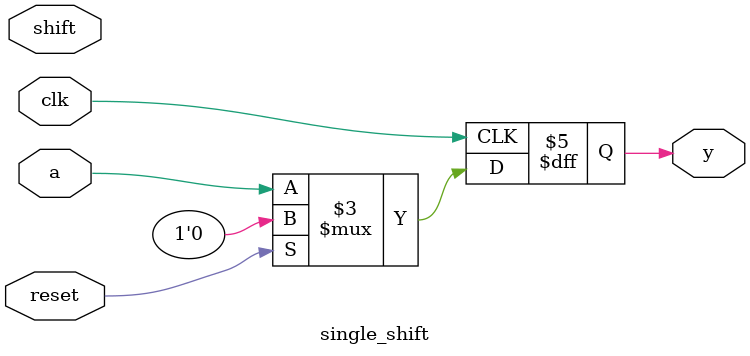
<source format=v>
module single_shift(clk,reset,shift,a,y);
input a;
input clk;
input reset;
input shift;
output reg y;



always@(posedge clk) begin

if(reset) begin
	y<=1'b0;
	end 


else
	y<=a;
	
	
end
endmodule

</source>
